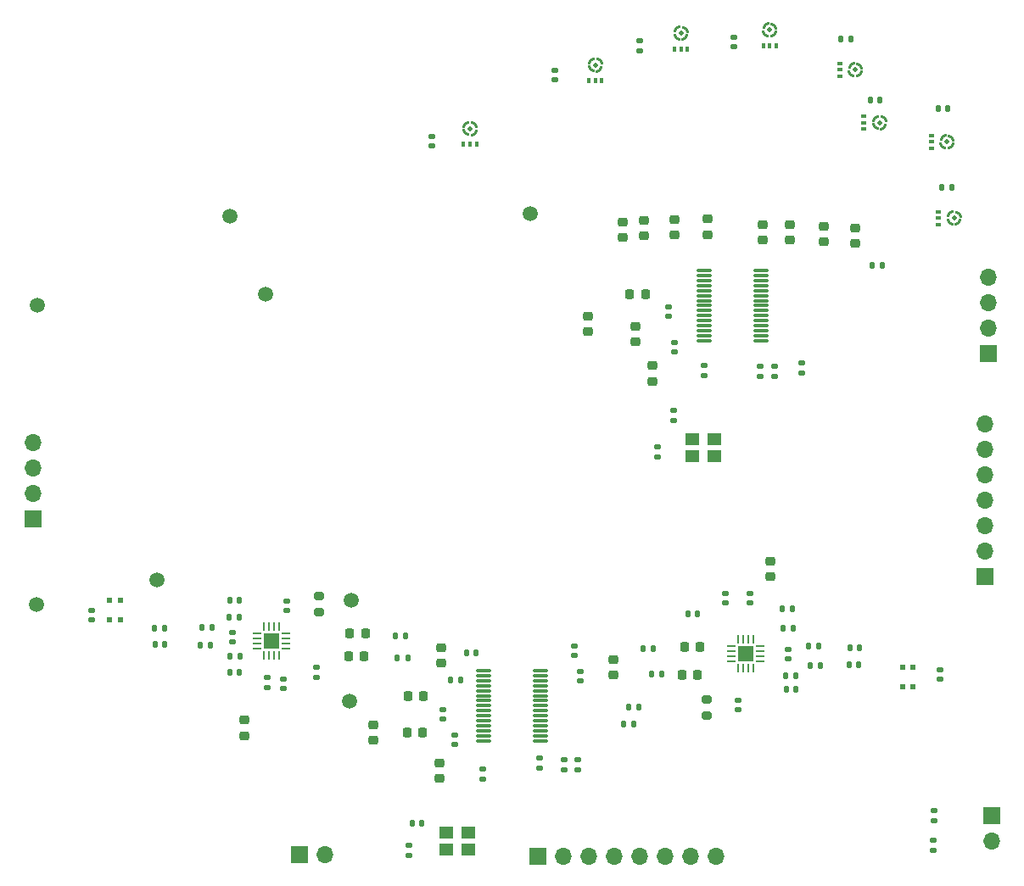
<source format=gbr>
%TF.GenerationSoftware,KiCad,Pcbnew,8.0.4*%
%TF.CreationDate,2024-08-26T07:10:41+02:00*%
%TF.ProjectId,Audio_Digitizer,41756469-6f5f-4446-9967-6974697a6572,rev?*%
%TF.SameCoordinates,Original*%
%TF.FileFunction,Soldermask,Top*%
%TF.FilePolarity,Negative*%
%FSLAX46Y46*%
G04 Gerber Fmt 4.6, Leading zero omitted, Abs format (unit mm)*
G04 Created by KiCad (PCBNEW 8.0.4) date 2024-08-26 07:10:41*
%MOMM*%
%LPD*%
G01*
G04 APERTURE LIST*
G04 Aperture macros list*
%AMRoundRect*
0 Rectangle with rounded corners*
0 $1 Rounding radius*
0 $2 $3 $4 $5 $6 $7 $8 $9 X,Y pos of 4 corners*
0 Add a 4 corners polygon primitive as box body*
4,1,4,$2,$3,$4,$5,$6,$7,$8,$9,$2,$3,0*
0 Add four circle primitives for the rounded corners*
1,1,$1+$1,$2,$3*
1,1,$1+$1,$4,$5*
1,1,$1+$1,$6,$7*
1,1,$1+$1,$8,$9*
0 Add four rect primitives between the rounded corners*
20,1,$1+$1,$2,$3,$4,$5,0*
20,1,$1+$1,$4,$5,$6,$7,0*
20,1,$1+$1,$6,$7,$8,$9,0*
20,1,$1+$1,$8,$9,$2,$3,0*%
%AMFreePoly0*
4,1,33,0.406248,0.082068,0.376251,0.079070,0.315240,0.067082,0.276251,0.054077,0.241250,0.041072,0.180239,0.006071,0.143256,-0.019939,0.109246,-0.050927,0.062256,-0.105918,0.014249,-0.176937,-0.012751,-0.251918,-0.028753,-0.338938,-0.279756,-0.339929,-0.273762,-0.279934,-0.263754,-0.221920,-0.246761,-0.158928,-0.219761,-0.088926,-0.196749,-0.041935,-0.175743,-0.005918,-0.153747,0.029083,
-0.131750,0.059081,-0.106756,0.089078,-0.071755,0.127076,-0.032741,0.164084,0.016256,0.203073,0.064237,0.235077,0.110236,0.261062,0.147244,0.279070,0.214249,0.304064,0.274244,0.321082,0.343256,0.334061,0.406248,0.340081,0.406248,0.082068,0.406248,0.082068,$1*%
%AMFreePoly1*
4,1,33,-0.079070,0.376505,-0.067082,0.315494,-0.054077,0.276505,-0.041072,0.241504,-0.006071,0.180493,0.019939,0.143510,0.050927,0.109500,0.105918,0.062510,0.176937,0.014503,0.251918,-0.012497,0.338938,-0.028499,0.339929,-0.279502,0.279934,-0.273508,0.221920,-0.263500,0.158928,-0.246507,0.088926,-0.219507,0.041935,-0.196495,0.005918,-0.175489,-0.029083,-0.153493,-0.059081,-0.131496,
-0.089078,-0.106502,-0.127076,-0.071501,-0.164084,-0.032487,-0.203073,0.016510,-0.235077,0.064491,-0.261062,0.110490,-0.279070,0.147498,-0.304064,0.214503,-0.321082,0.274498,-0.334061,0.343510,-0.340081,0.406502,-0.082068,0.406502,-0.079070,0.376505,-0.079070,0.376505,$1*%
%AMFreePoly2*
4,1,33,-0.279934,0.273762,-0.221920,0.263754,-0.158928,0.246761,-0.088926,0.219761,-0.041935,0.196749,-0.005918,0.175743,0.029083,0.153747,0.059081,0.131750,0.089078,0.106756,0.127076,0.071755,0.164084,0.032741,0.203073,-0.016256,0.235077,-0.064237,0.261062,-0.110236,0.279070,-0.147244,0.304064,-0.214249,0.321082,-0.274244,0.334061,-0.343256,0.340081,-0.406248,0.082068,-0.406248,
0.079070,-0.376251,0.067082,-0.315240,0.054077,-0.276251,0.041072,-0.241250,0.006071,-0.180239,-0.019939,-0.143256,-0.050927,-0.109246,-0.105918,-0.062256,-0.176937,-0.014249,-0.251918,0.012751,-0.338938,0.028753,-0.339929,0.279756,-0.279934,0.273762,-0.279934,0.273762,$1*%
%AMFreePoly3*
4,1,33,0.273508,0.279934,0.263500,0.221920,0.246507,0.158928,0.219507,0.088926,0.196495,0.041935,0.175489,0.005918,0.153493,-0.029083,0.131496,-0.059081,0.106502,-0.089078,0.071501,-0.127076,0.032487,-0.164084,-0.016510,-0.203073,-0.064491,-0.235077,-0.110490,-0.261062,-0.147498,-0.279070,-0.214503,-0.304064,-0.274498,-0.321082,-0.343510,-0.334061,-0.406502,-0.340081,-0.406502,-0.082068,
-0.376505,-0.079070,-0.315494,-0.067082,-0.276505,-0.054077,-0.241504,-0.041072,-0.180493,-0.006071,-0.143510,0.019939,-0.109500,0.050927,-0.062510,0.105918,-0.014503,0.176937,0.012497,0.251918,0.028499,0.338938,0.279502,0.339929,0.273508,0.279934,0.273508,0.279934,$1*%
G04 Aperture macros list end*
%ADD10RoundRect,0.135000X0.135000X0.185000X-0.135000X0.185000X-0.135000X-0.185000X0.135000X-0.185000X0*%
%ADD11RoundRect,0.225000X-0.250000X0.225000X-0.250000X-0.225000X0.250000X-0.225000X0.250000X0.225000X0*%
%ADD12RoundRect,0.140000X0.140000X0.170000X-0.140000X0.170000X-0.140000X-0.170000X0.140000X-0.170000X0*%
%ADD13RoundRect,0.140000X-0.140000X-0.170000X0.140000X-0.170000X0.140000X0.170000X-0.140000X0.170000X0*%
%ADD14RoundRect,0.135000X-0.185000X0.135000X-0.185000X-0.135000X0.185000X-0.135000X0.185000X0.135000X0*%
%ADD15RoundRect,0.140000X0.170000X-0.140000X0.170000X0.140000X-0.170000X0.140000X-0.170000X-0.140000X0*%
%ADD16RoundRect,0.225000X0.250000X-0.225000X0.250000X0.225000X-0.250000X0.225000X-0.250000X-0.225000X0*%
%ADD17C,1.500000*%
%ADD18RoundRect,0.225000X-0.225000X-0.250000X0.225000X-0.250000X0.225000X0.250000X-0.225000X0.250000X0*%
%ADD19C,0.500025*%
%ADD20R,0.600000X0.400000*%
%ADD21R,0.600000X0.300000*%
%ADD22FreePoly0,90.000000*%
%ADD23FreePoly1,90.000000*%
%ADD24FreePoly2,90.000000*%
%ADD25FreePoly3,90.000000*%
%ADD26R,0.400000X0.600000*%
%ADD27R,0.300000X0.600000*%
%ADD28FreePoly0,180.000000*%
%ADD29FreePoly1,180.000000*%
%ADD30FreePoly2,180.000000*%
%ADD31FreePoly3,180.000000*%
%ADD32RoundRect,0.135000X-0.135000X-0.185000X0.135000X-0.185000X0.135000X0.185000X-0.135000X0.185000X0*%
%ADD33RoundRect,0.225000X0.225000X0.250000X-0.225000X0.250000X-0.225000X-0.250000X0.225000X-0.250000X0*%
%ADD34RoundRect,0.062500X-0.375000X-0.062500X0.375000X-0.062500X0.375000X0.062500X-0.375000X0.062500X0*%
%ADD35RoundRect,0.062500X-0.062500X-0.375000X0.062500X-0.375000X0.062500X0.375000X-0.062500X0.375000X0*%
%ADD36R,1.600000X1.600000*%
%ADD37RoundRect,0.140000X-0.170000X0.140000X-0.170000X-0.140000X0.170000X-0.140000X0.170000X0.140000X0*%
%ADD38RoundRect,0.200000X-0.275000X0.200000X-0.275000X-0.200000X0.275000X-0.200000X0.275000X0.200000X0*%
%ADD39R,1.400000X1.200000*%
%ADD40R,1.700000X1.700000*%
%ADD41O,1.700000X1.700000*%
%ADD42RoundRect,0.075000X-0.662500X-0.075000X0.662500X-0.075000X0.662500X0.075000X-0.662500X0.075000X0*%
%ADD43RoundRect,0.135000X0.185000X-0.135000X0.185000X0.135000X-0.185000X0.135000X-0.185000X-0.135000X0*%
%ADD44RoundRect,0.062500X0.375000X0.062500X-0.375000X0.062500X-0.375000X-0.062500X0.375000X-0.062500X0*%
%ADD45RoundRect,0.062500X0.062500X0.375000X-0.062500X0.375000X-0.062500X-0.375000X0.062500X-0.375000X0*%
%ADD46R,0.600000X0.600000*%
%ADD47RoundRect,0.200000X0.275000X-0.200000X0.275000X0.200000X-0.275000X0.200000X-0.275000X-0.200000X0*%
G04 APERTURE END LIST*
D10*
%TO.C,R16*%
X198520000Y-129580000D03*
X197500000Y-129580000D03*
%TD*%
D11*
%TO.C,C19*%
X204500000Y-84900000D03*
X204500000Y-86450000D03*
%TD*%
D12*
%TO.C,C44*%
X198180000Y-122880000D03*
X197220000Y-122880000D03*
%TD*%
%TO.C,C49*%
X165050000Y-130000000D03*
X164090000Y-130000000D03*
%TD*%
D13*
%TO.C,C3*%
X205970000Y-72100000D03*
X206930000Y-72100000D03*
%TD*%
D14*
%TO.C,R27*%
X176800000Y-138000000D03*
X176800000Y-139020000D03*
%TD*%
D15*
%TO.C,C28*%
X192800000Y-133010000D03*
X192800000Y-132050000D03*
%TD*%
D11*
%TO.C,C22*%
X195200000Y-84575000D03*
X195200000Y-86125000D03*
%TD*%
D15*
%TO.C,C57*%
X163350000Y-133930000D03*
X163350000Y-132970000D03*
%TD*%
D16*
%TO.C,C34*%
X196000000Y-119730000D03*
X196000000Y-118180000D03*
%TD*%
D17*
%TO.C,TP1*%
X172070000Y-83430000D03*
%TD*%
D11*
%TO.C,C23*%
X201350000Y-84725000D03*
X201350000Y-86275000D03*
%TD*%
D15*
%TO.C,C26*%
X128250000Y-124059975D03*
X128250000Y-123099975D03*
%TD*%
D16*
%TO.C,C60*%
X156400000Y-136075000D03*
X156400000Y-134525000D03*
%TD*%
D18*
%TO.C,C47*%
X154025000Y-125400000D03*
X155575000Y-125400000D03*
%TD*%
D10*
%TO.C,R20*%
X185160000Y-129450000D03*
X184140000Y-129450000D03*
%TD*%
D19*
%TO.C,U7*%
X213629883Y-76299987D03*
D20*
X212050000Y-75650000D03*
D21*
X212050000Y-76299987D03*
D20*
X212050000Y-76949974D03*
D22*
X213205956Y-76778778D03*
D23*
X214108928Y-76723914D03*
D24*
X213151092Y-75876060D03*
D25*
X214053810Y-75820942D03*
%TD*%
D13*
%TO.C,C36*%
X134620000Y-126450000D03*
X135580000Y-126450000D03*
%TD*%
D12*
%TO.C,C51*%
X166600000Y-127300000D03*
X165640000Y-127300000D03*
%TD*%
D19*
%TO.C,U3*%
X178529045Y-68623927D03*
D26*
X177879058Y-70203810D03*
D27*
X178529045Y-70203810D03*
D26*
X179179032Y-70203810D03*
D28*
X179007836Y-69047854D03*
D29*
X178952972Y-68144882D03*
D30*
X178105118Y-69102718D03*
D31*
X178050000Y-68200000D03*
%TD*%
D32*
%TO.C,R11*%
X142090000Y-127700000D03*
X143110000Y-127700000D03*
%TD*%
%TO.C,R26*%
X181330000Y-134450000D03*
X182350000Y-134450000D03*
%TD*%
D19*
%TO.C,U5*%
X166029045Y-74973927D03*
D26*
X165379058Y-76553810D03*
D27*
X166029045Y-76553810D03*
D26*
X166679032Y-76553810D03*
D28*
X166507836Y-75397854D03*
D29*
X166452972Y-74494882D03*
D30*
X165605118Y-75452718D03*
D31*
X165550000Y-74550000D03*
%TD*%
D11*
%TO.C,C35*%
X143500000Y-134050000D03*
X143500000Y-135600000D03*
%TD*%
D17*
%TO.C,TP8*%
X145600000Y-91500000D03*
%TD*%
D33*
%TO.C,C48*%
X188950000Y-126700000D03*
X187400000Y-126700000D03*
%TD*%
D34*
%TO.C,U11*%
X144800000Y-125400000D03*
X144800000Y-125900000D03*
X144800000Y-126400000D03*
X144800000Y-126900000D03*
D35*
X145487500Y-127587500D03*
X145987500Y-127587500D03*
X146487500Y-127587500D03*
X146987500Y-127587500D03*
D34*
X147675000Y-126900000D03*
X147675000Y-126400000D03*
X147675000Y-125900000D03*
X147675000Y-125400000D03*
D35*
X146987500Y-124712500D03*
X146487500Y-124712500D03*
X145987500Y-124712500D03*
X145487500Y-124712500D03*
D36*
X146237500Y-126150000D03*
%TD*%
D32*
%TO.C,R17*%
X158780000Y-127800000D03*
X159800000Y-127800000D03*
%TD*%
D37*
%TO.C,C33*%
X145800000Y-129820000D03*
X145800000Y-130780000D03*
%TD*%
D14*
%TO.C,R4*%
X196450000Y-98690000D03*
X196450000Y-99710000D03*
%TD*%
D38*
%TO.C,R7*%
X150950000Y-121650000D03*
X150950000Y-123300000D03*
%TD*%
D39*
%TO.C,X2*%
X163625000Y-146950000D03*
X165825000Y-146950000D03*
X165825000Y-145250000D03*
X163625000Y-145250000D03*
%TD*%
D19*
%TO.C,U6*%
X187079045Y-65473927D03*
D26*
X186429058Y-67053810D03*
D27*
X187079045Y-67053810D03*
D26*
X187729032Y-67053810D03*
D28*
X187557836Y-65897854D03*
D29*
X187502972Y-64994882D03*
D30*
X186655118Y-65952718D03*
D31*
X186600000Y-65050000D03*
%TD*%
D15*
%TO.C,C12*%
X162240000Y-76710000D03*
X162240000Y-75750000D03*
%TD*%
%TO.C,C17*%
X186330000Y-104110000D03*
X186330000Y-103150000D03*
%TD*%
D32*
%TO.C,R25*%
X181880000Y-132750000D03*
X182900000Y-132750000D03*
%TD*%
D40*
%TO.C,J3*%
X217750000Y-97450000D03*
D41*
X217750000Y-94910000D03*
X217750000Y-92370000D03*
X217750000Y-89830000D03*
%TD*%
D15*
%TO.C,C55*%
X177000000Y-130110000D03*
X177000000Y-129150000D03*
%TD*%
D11*
%TO.C,C15*%
X183400000Y-84150000D03*
X183400000Y-85700000D03*
%TD*%
D17*
%TO.C,TP5*%
X142050000Y-83750000D03*
%TD*%
D19*
%TO.C,U2*%
X195926073Y-65129045D03*
D26*
X195276086Y-66708928D03*
D27*
X195926073Y-66708928D03*
D26*
X196576060Y-66708928D03*
D28*
X196404864Y-65552972D03*
D29*
X196350000Y-64650000D03*
D30*
X195502146Y-65607836D03*
D31*
X195447028Y-64705118D03*
%TD*%
D18*
%TO.C,C61*%
X159825000Y-131600000D03*
X161375000Y-131600000D03*
%TD*%
D12*
%TO.C,C45*%
X198560000Y-130980000D03*
X197600000Y-130980000D03*
%TD*%
D42*
%TO.C,U14*%
X167337500Y-129100000D03*
X167337500Y-129600000D03*
X167337500Y-130100000D03*
X167337500Y-130600000D03*
X167337500Y-131100000D03*
X167337500Y-131600000D03*
X167337500Y-132100000D03*
X167337500Y-132600000D03*
X167337500Y-133100000D03*
X167337500Y-133600000D03*
X167337500Y-134100000D03*
X167337500Y-134600000D03*
X167337500Y-135100000D03*
X167337500Y-135600000D03*
X167337500Y-136100000D03*
X173062500Y-136100000D03*
X173062500Y-135600000D03*
X173062500Y-135100000D03*
X173062500Y-134600000D03*
X173062500Y-134100000D03*
X173062500Y-133600000D03*
X173062500Y-133100000D03*
X173062500Y-132600000D03*
X173062500Y-132100000D03*
X173062500Y-131600000D03*
X173062500Y-131100000D03*
X173062500Y-130600000D03*
X173062500Y-130100000D03*
X173062500Y-129600000D03*
X173062500Y-129100000D03*
%TD*%
D19*
%TO.C,U4*%
X214323927Y-83921209D03*
D20*
X212744044Y-83271222D03*
D21*
X212744044Y-83921209D03*
D20*
X212744044Y-84571196D03*
D22*
X213900000Y-84400000D03*
D23*
X214802972Y-84345136D03*
D24*
X213845136Y-83497282D03*
D25*
X214747854Y-83442164D03*
%TD*%
D11*
%TO.C,C16*%
X189700000Y-84000000D03*
X189700000Y-85550000D03*
%TD*%
D40*
%TO.C,J5*%
X218050000Y-143600000D03*
D41*
X218050000Y-146140000D03*
%TD*%
D13*
%TO.C,C1*%
X212740000Y-72950000D03*
X213700000Y-72950000D03*
%TD*%
D14*
%TO.C,R24*%
X175400000Y-137980000D03*
X175400000Y-139000000D03*
%TD*%
D42*
%TO.C,U9*%
X189375000Y-89150000D03*
X189375000Y-89650000D03*
X189375000Y-90150000D03*
X189375000Y-90650000D03*
X189375000Y-91150000D03*
X189375000Y-91650000D03*
X189375000Y-92150000D03*
X189375000Y-92650000D03*
X189375000Y-93150000D03*
X189375000Y-93650000D03*
X189375000Y-94150000D03*
X189375000Y-94650000D03*
X189375000Y-95150000D03*
X189375000Y-95650000D03*
X189375000Y-96150000D03*
X195100000Y-96150000D03*
X195100000Y-95650000D03*
X195100000Y-95150000D03*
X195100000Y-94650000D03*
X195100000Y-94150000D03*
X195100000Y-93650000D03*
X195100000Y-93150000D03*
X195100000Y-92650000D03*
X195100000Y-92150000D03*
X195100000Y-91650000D03*
X195100000Y-91150000D03*
X195100000Y-90650000D03*
X195100000Y-90150000D03*
X195100000Y-89650000D03*
X195100000Y-89150000D03*
%TD*%
D10*
%TO.C,R5*%
X207150000Y-88600000D03*
X206130000Y-88600000D03*
%TD*%
D15*
%TO.C,C43*%
X197800000Y-127940000D03*
X197800000Y-126980000D03*
%TD*%
%TO.C,C7*%
X192320000Y-66810000D03*
X192320000Y-65850000D03*
%TD*%
D14*
%TO.C,R23*%
X173000000Y-137850000D03*
X173000000Y-138870000D03*
%TD*%
D32*
%TO.C,R18*%
X158580000Y-125600000D03*
X159600000Y-125600000D03*
%TD*%
D37*
%TO.C,C31*%
X147400000Y-129920000D03*
X147400000Y-130880000D03*
%TD*%
D14*
%TO.C,R3*%
X195000000Y-98700000D03*
X195000000Y-99720000D03*
%TD*%
%TO.C,R22*%
X167250000Y-138940000D03*
X167250000Y-139960000D03*
%TD*%
D15*
%TO.C,C58*%
X164500000Y-136480000D03*
X164500000Y-135520000D03*
%TD*%
D11*
%TO.C,C11*%
X177750000Y-93675000D03*
X177750000Y-95225000D03*
%TD*%
D37*
%TO.C,C6*%
X185850000Y-92790000D03*
X185850000Y-93750000D03*
%TD*%
D14*
%TO.C,R2*%
X189400000Y-98600000D03*
X189400000Y-99620000D03*
%TD*%
D11*
%TO.C,C8*%
X184250000Y-98650000D03*
X184250000Y-100200000D03*
%TD*%
D37*
%TO.C,C32*%
X212900000Y-128990000D03*
X212900000Y-129950000D03*
%TD*%
D17*
%TO.C,TP2*%
X134810000Y-120050000D03*
%TD*%
D12*
%TO.C,C38*%
X204830000Y-128550000D03*
X203870000Y-128550000D03*
%TD*%
D13*
%TO.C,C27*%
X187750000Y-123450000D03*
X188710000Y-123450000D03*
%TD*%
D40*
%TO.C,J2*%
X217450000Y-119725000D03*
D41*
X217450000Y-117185000D03*
X217450000Y-114645000D03*
X217450000Y-112105000D03*
X217450000Y-109565000D03*
X217450000Y-107025000D03*
X217450000Y-104485000D03*
%TD*%
D11*
%TO.C,C50*%
X163150000Y-126825000D03*
X163150000Y-128375000D03*
%TD*%
D19*
%TO.C,U1*%
X206878791Y-74373927D03*
D20*
X205298908Y-73723940D03*
D21*
X205298908Y-74373927D03*
D20*
X205298908Y-75023914D03*
D22*
X206454864Y-74852718D03*
D23*
X207357836Y-74797854D03*
D24*
X206400000Y-73950000D03*
D25*
X207302718Y-73894882D03*
%TD*%
D43*
%TO.C,R21*%
X159900000Y-147560000D03*
X159900000Y-146540000D03*
%TD*%
D13*
%TO.C,C10*%
X203040000Y-66010000D03*
X204000000Y-66010000D03*
%TD*%
D16*
%TO.C,C59*%
X163000000Y-139875000D03*
X163000000Y-138325000D03*
%TD*%
D44*
%TO.C,U13*%
X195000000Y-128180000D03*
X195000000Y-127680000D03*
X195000000Y-127180000D03*
X195000000Y-126680000D03*
D45*
X194312500Y-125992500D03*
X193812500Y-125992500D03*
X193312500Y-125992500D03*
X192812500Y-125992500D03*
D44*
X192125000Y-126680000D03*
X192125000Y-127180000D03*
X192125000Y-127680000D03*
X192125000Y-128180000D03*
D45*
X192812500Y-128867500D03*
X193312500Y-128867500D03*
X193812500Y-128867500D03*
X194312500Y-128867500D03*
D36*
X193562500Y-127430000D03*
%TD*%
D14*
%TO.C,R1*%
X184750000Y-106740000D03*
X184750000Y-107760000D03*
%TD*%
D15*
%TO.C,C5*%
X174470000Y-70130000D03*
X174470000Y-69170000D03*
%TD*%
D10*
%TO.C,R15*%
X198310000Y-124880000D03*
X197290000Y-124880000D03*
%TD*%
D18*
%TO.C,C46*%
X153900000Y-127700000D03*
X155450000Y-127700000D03*
%TD*%
D37*
%TO.C,C40*%
X142300000Y-125300000D03*
X142300000Y-126260000D03*
%TD*%
D16*
%TO.C,C54*%
X180300000Y-129525000D03*
X180300000Y-127975000D03*
%TD*%
D15*
%TO.C,C24*%
X150700000Y-129760000D03*
X150700000Y-128800000D03*
%TD*%
D43*
%TO.C,R28*%
X212250000Y-147070000D03*
X212250000Y-146050000D03*
%TD*%
D13*
%TO.C,C41*%
X142040000Y-129300000D03*
X143000000Y-129300000D03*
%TD*%
D11*
%TO.C,C18*%
X197900000Y-84550000D03*
X197900000Y-86100000D03*
%TD*%
D10*
%TO.C,R14*%
X201020000Y-128580000D03*
X200000000Y-128580000D03*
%TD*%
D14*
%TO.C,R29*%
X212350000Y-143100000D03*
X212350000Y-144120000D03*
%TD*%
D46*
%TO.C,U10*%
X131100000Y-124050000D03*
X131100000Y-122060033D03*
X130049962Y-122060033D03*
X130049962Y-124050000D03*
%TD*%
D40*
%TO.C,J6*%
X172820000Y-147650000D03*
D41*
X175360000Y-147650000D03*
X177900000Y-147650000D03*
X180440000Y-147650000D03*
X182980000Y-147650000D03*
X185520000Y-147650000D03*
X188060000Y-147650000D03*
X190600000Y-147650000D03*
%TD*%
D33*
%TO.C,C52*%
X188750000Y-129500000D03*
X187200000Y-129500000D03*
%TD*%
D11*
%TO.C,C14*%
X182550000Y-94700000D03*
X182550000Y-96250000D03*
%TD*%
D17*
%TO.C,TP7*%
X154200000Y-122050000D03*
%TD*%
D32*
%TO.C,R12*%
X141990000Y-123800000D03*
X143010000Y-123800000D03*
%TD*%
D15*
%TO.C,C9*%
X182940000Y-67190000D03*
X182940000Y-66230000D03*
%TD*%
%TO.C,C30*%
X194000000Y-122340000D03*
X194000000Y-121380000D03*
%TD*%
D46*
%TO.C,U12*%
X209199962Y-128760033D03*
X209199962Y-130750000D03*
X210250000Y-130750000D03*
X210250000Y-128760033D03*
%TD*%
D13*
%TO.C,C2*%
X213130000Y-80820000D03*
X214090000Y-80820000D03*
%TD*%
D19*
%TO.C,U8*%
X204479883Y-69099987D03*
D20*
X202900000Y-68450000D03*
D21*
X202900000Y-69099987D03*
D20*
X202900000Y-69749974D03*
D22*
X204055956Y-69578778D03*
D23*
X204958928Y-69523914D03*
D24*
X204001092Y-68676060D03*
D25*
X204903810Y-68620942D03*
%TD*%
D11*
%TO.C,C21*%
X186450000Y-84075000D03*
X186450000Y-85625000D03*
%TD*%
D32*
%TO.C,R10*%
X139280000Y-124800000D03*
X140300000Y-124800000D03*
%TD*%
D39*
%TO.C,X1*%
X188175000Y-107650000D03*
X190375000Y-107650000D03*
X190375000Y-105950000D03*
X188175000Y-105950000D03*
%TD*%
D14*
%TO.C,R6*%
X199100000Y-98380000D03*
X199100000Y-99400000D03*
%TD*%
D13*
%TO.C,C37*%
X134540000Y-124900000D03*
X135500000Y-124900000D03*
%TD*%
D32*
%TO.C,R9*%
X139080000Y-126600000D03*
X140100000Y-126600000D03*
%TD*%
D40*
%TO.C,J1*%
X149010000Y-147450000D03*
D41*
X151550000Y-147450000D03*
%TD*%
D40*
%TO.C,J4*%
X122400000Y-113940000D03*
D41*
X122400000Y-111400000D03*
X122400000Y-108860000D03*
X122400000Y-106320000D03*
%TD*%
D47*
%TO.C,R8*%
X189650000Y-133625000D03*
X189650000Y-131975000D03*
%TD*%
D10*
%TO.C,R13*%
X200820000Y-126680000D03*
X199800000Y-126680000D03*
%TD*%
D37*
%TO.C,C25*%
X147700000Y-122120000D03*
X147700000Y-123080000D03*
%TD*%
D33*
%TO.C,C13*%
X183525000Y-91550000D03*
X181975000Y-91550000D03*
%TD*%
D11*
%TO.C,C20*%
X181250000Y-84275000D03*
X181250000Y-85825000D03*
%TD*%
D15*
%TO.C,C53*%
X176400000Y-127580000D03*
X176400000Y-126620000D03*
%TD*%
D37*
%TO.C,C4*%
X186400000Y-96340000D03*
X186400000Y-97300000D03*
%TD*%
D17*
%TO.C,TP4*%
X122780000Y-122530000D03*
%TD*%
D12*
%TO.C,C39*%
X204910000Y-126800000D03*
X203950000Y-126800000D03*
%TD*%
D13*
%TO.C,C42*%
X142020000Y-122100000D03*
X142980000Y-122100000D03*
%TD*%
D17*
%TO.C,TP6*%
X154000000Y-132150000D03*
%TD*%
D10*
%TO.C,R19*%
X184350000Y-126900000D03*
X183330000Y-126900000D03*
%TD*%
D15*
%TO.C,C29*%
X191500000Y-122360000D03*
X191500000Y-121400000D03*
%TD*%
D13*
%TO.C,C56*%
X160240000Y-144300000D03*
X161200000Y-144300000D03*
%TD*%
D18*
%TO.C,C62*%
X159725000Y-135300000D03*
X161275000Y-135300000D03*
%TD*%
D17*
%TO.C,TP3*%
X122800000Y-92600000D03*
%TD*%
M02*

</source>
